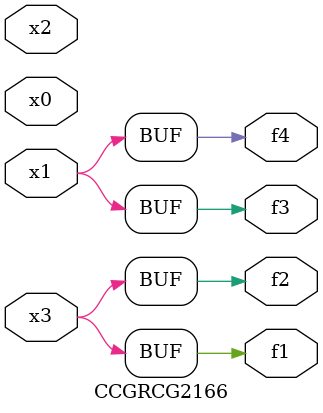
<source format=v>
module CCGRCG2166(
	input x0, x1, x2, x3,
	output f1, f2, f3, f4
);
	assign f1 = x3;
	assign f2 = x3;
	assign f3 = x1;
	assign f4 = x1;
endmodule

</source>
